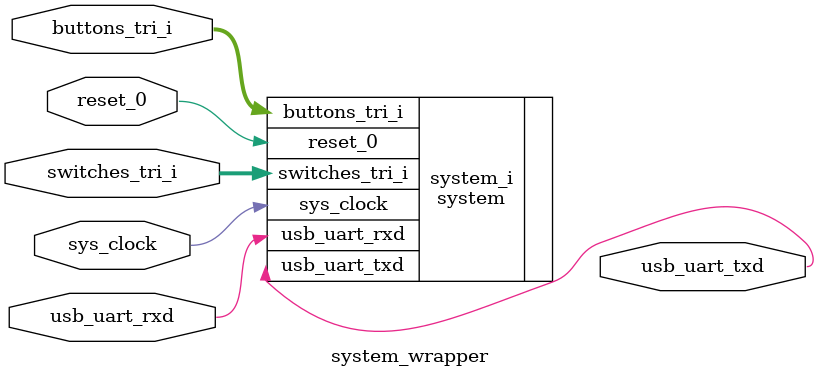
<source format=v>
`timescale 1 ps / 1 ps

module system_wrapper
   (buttons_tri_i,
    reset_0,
    switches_tri_i,
    sys_clock,
    usb_uart_rxd,
    usb_uart_txd);
  input [4:0]buttons_tri_i;
  input reset_0;
  input [15:0]switches_tri_i;
  input sys_clock;
  input usb_uart_rxd;
  output usb_uart_txd;

  wire [4:0]buttons_tri_i;
  wire reset_0;
  wire [15:0]switches_tri_i;
  wire sys_clock;
  wire usb_uart_rxd;
  wire usb_uart_txd;

  system system_i
       (.buttons_tri_i(buttons_tri_i),
        .reset_0(reset_0),
        .switches_tri_i(switches_tri_i),
        .sys_clock(sys_clock),
        .usb_uart_rxd(usb_uart_rxd),
        .usb_uart_txd(usb_uart_txd));
endmodule

</source>
